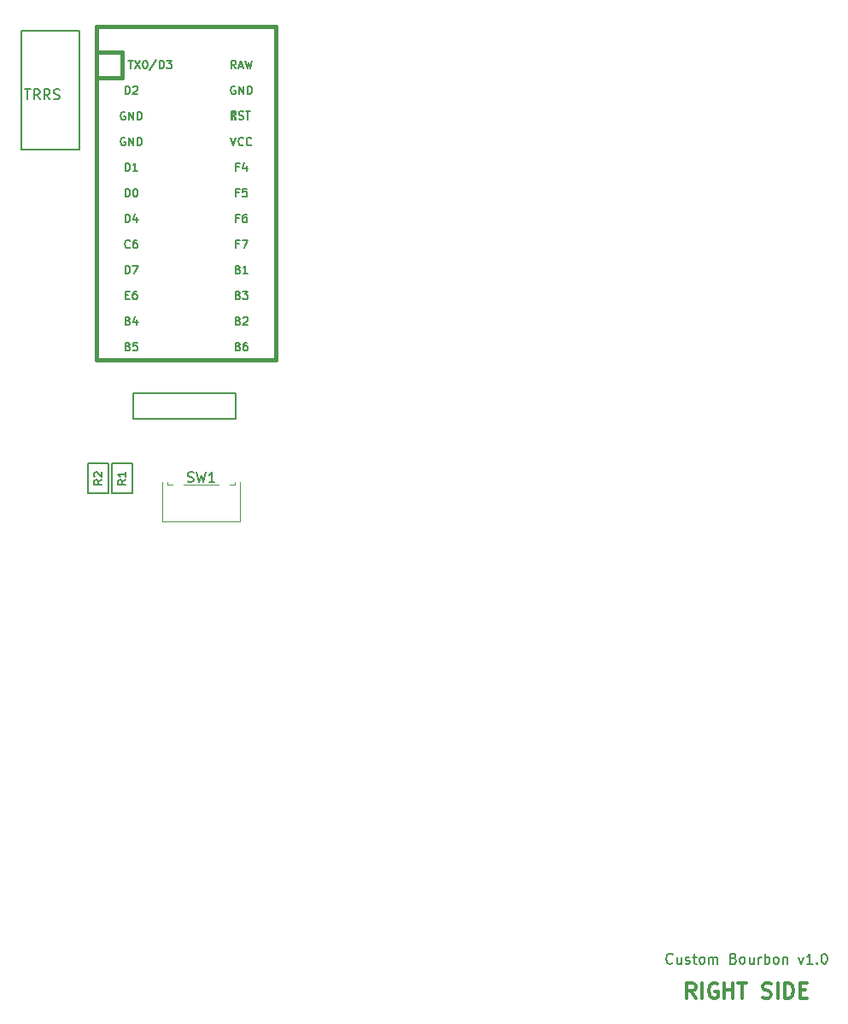
<source format=gto>
G04 #@! TF.GenerationSoftware,KiCad,Pcbnew,5.1.10*
G04 #@! TF.CreationDate,2021-08-07T14:45:30-04:00*
G04 #@! TF.ProjectId,v05_right,7630355f-7269-4676-9874-2e6b69636164,rev?*
G04 #@! TF.SameCoordinates,Original*
G04 #@! TF.FileFunction,Legend,Top*
G04 #@! TF.FilePolarity,Positive*
%FSLAX46Y46*%
G04 Gerber Fmt 4.6, Leading zero omitted, Abs format (unit mm)*
G04 Created by KiCad (PCBNEW 5.1.10) date 2021-08-07 14:45:30*
%MOMM*%
%LPD*%
G01*
G04 APERTURE LIST*
%ADD10C,0.300000*%
%ADD11C,0.150000*%
%ADD12C,0.120000*%
%ADD13C,0.381000*%
%ADD14C,3.987800*%
%ADD15C,1.750000*%
%ADD16C,3.048000*%
%ADD17C,1.200000*%
%ADD18C,2.100000*%
%ADD19C,2.200000*%
%ADD20C,1.397000*%
%ADD21R,1.752600X1.752600*%
%ADD22C,1.752600*%
G04 APERTURE END LIST*
D10*
X-118577678Y-119741071D02*
X-119077678Y-119026785D01*
X-119434821Y-119741071D02*
X-119434821Y-118241071D01*
X-118863392Y-118241071D01*
X-118720535Y-118312500D01*
X-118649107Y-118383928D01*
X-118577678Y-118526785D01*
X-118577678Y-118741071D01*
X-118649107Y-118883928D01*
X-118720535Y-118955357D01*
X-118863392Y-119026785D01*
X-119434821Y-119026785D01*
X-117934821Y-119741071D02*
X-117934821Y-118241071D01*
X-116434821Y-118312500D02*
X-116577678Y-118241071D01*
X-116791964Y-118241071D01*
X-117006250Y-118312500D01*
X-117149107Y-118455357D01*
X-117220535Y-118598214D01*
X-117291964Y-118883928D01*
X-117291964Y-119098214D01*
X-117220535Y-119383928D01*
X-117149107Y-119526785D01*
X-117006250Y-119669642D01*
X-116791964Y-119741071D01*
X-116649107Y-119741071D01*
X-116434821Y-119669642D01*
X-116363392Y-119598214D01*
X-116363392Y-119098214D01*
X-116649107Y-119098214D01*
X-115720535Y-119741071D02*
X-115720535Y-118241071D01*
X-115720535Y-118955357D02*
X-114863392Y-118955357D01*
X-114863392Y-119741071D02*
X-114863392Y-118241071D01*
X-114363392Y-118241071D02*
X-113506250Y-118241071D01*
X-113934821Y-119741071D02*
X-113934821Y-118241071D01*
X-111934821Y-119669642D02*
X-111720535Y-119741071D01*
X-111363392Y-119741071D01*
X-111220535Y-119669642D01*
X-111149107Y-119598214D01*
X-111077678Y-119455357D01*
X-111077678Y-119312500D01*
X-111149107Y-119169642D01*
X-111220535Y-119098214D01*
X-111363392Y-119026785D01*
X-111649107Y-118955357D01*
X-111791964Y-118883928D01*
X-111863392Y-118812500D01*
X-111934821Y-118669642D01*
X-111934821Y-118526785D01*
X-111863392Y-118383928D01*
X-111791964Y-118312500D01*
X-111649107Y-118241071D01*
X-111291964Y-118241071D01*
X-111077678Y-118312500D01*
X-110434821Y-119741071D02*
X-110434821Y-118241071D01*
X-109720535Y-119741071D02*
X-109720535Y-118241071D01*
X-109363392Y-118241071D01*
X-109149107Y-118312500D01*
X-109006250Y-118455357D01*
X-108934821Y-118598214D01*
X-108863392Y-118883928D01*
X-108863392Y-119098214D01*
X-108934821Y-119383928D01*
X-109006250Y-119526785D01*
X-109149107Y-119669642D01*
X-109363392Y-119741071D01*
X-109720535Y-119741071D01*
X-108220535Y-118955357D02*
X-107720535Y-118955357D01*
X-107506250Y-119741071D02*
X-108220535Y-119741071D01*
X-108220535Y-118241071D01*
X-107506250Y-118241071D01*
D11*
X-120863392Y-116244642D02*
X-120911011Y-116292261D01*
X-121053869Y-116339880D01*
X-121149107Y-116339880D01*
X-121291964Y-116292261D01*
X-121387202Y-116197023D01*
X-121434821Y-116101785D01*
X-121482440Y-115911309D01*
X-121482440Y-115768452D01*
X-121434821Y-115577976D01*
X-121387202Y-115482738D01*
X-121291964Y-115387500D01*
X-121149107Y-115339880D01*
X-121053869Y-115339880D01*
X-120911011Y-115387500D01*
X-120863392Y-115435119D01*
X-120006250Y-115673214D02*
X-120006250Y-116339880D01*
X-120434821Y-115673214D02*
X-120434821Y-116197023D01*
X-120387202Y-116292261D01*
X-120291964Y-116339880D01*
X-120149107Y-116339880D01*
X-120053869Y-116292261D01*
X-120006250Y-116244642D01*
X-119577678Y-116292261D02*
X-119482440Y-116339880D01*
X-119291964Y-116339880D01*
X-119196726Y-116292261D01*
X-119149107Y-116197023D01*
X-119149107Y-116149404D01*
X-119196726Y-116054166D01*
X-119291964Y-116006547D01*
X-119434821Y-116006547D01*
X-119530059Y-115958928D01*
X-119577678Y-115863690D01*
X-119577678Y-115816071D01*
X-119530059Y-115720833D01*
X-119434821Y-115673214D01*
X-119291964Y-115673214D01*
X-119196726Y-115720833D01*
X-118863392Y-115673214D02*
X-118482440Y-115673214D01*
X-118720535Y-115339880D02*
X-118720535Y-116197023D01*
X-118672916Y-116292261D01*
X-118577678Y-116339880D01*
X-118482440Y-116339880D01*
X-118006250Y-116339880D02*
X-118101488Y-116292261D01*
X-118149107Y-116244642D01*
X-118196726Y-116149404D01*
X-118196726Y-115863690D01*
X-118149107Y-115768452D01*
X-118101488Y-115720833D01*
X-118006250Y-115673214D01*
X-117863392Y-115673214D01*
X-117768154Y-115720833D01*
X-117720535Y-115768452D01*
X-117672916Y-115863690D01*
X-117672916Y-116149404D01*
X-117720535Y-116244642D01*
X-117768154Y-116292261D01*
X-117863392Y-116339880D01*
X-118006250Y-116339880D01*
X-117244345Y-116339880D02*
X-117244345Y-115673214D01*
X-117244345Y-115768452D02*
X-117196726Y-115720833D01*
X-117101488Y-115673214D01*
X-116958630Y-115673214D01*
X-116863392Y-115720833D01*
X-116815773Y-115816071D01*
X-116815773Y-116339880D01*
X-116815773Y-115816071D02*
X-116768154Y-115720833D01*
X-116672916Y-115673214D01*
X-116530059Y-115673214D01*
X-116434821Y-115720833D01*
X-116387202Y-115816071D01*
X-116387202Y-116339880D01*
X-114815773Y-115816071D02*
X-114672916Y-115863690D01*
X-114625297Y-115911309D01*
X-114577678Y-116006547D01*
X-114577678Y-116149404D01*
X-114625297Y-116244642D01*
X-114672916Y-116292261D01*
X-114768154Y-116339880D01*
X-115149107Y-116339880D01*
X-115149107Y-115339880D01*
X-114815773Y-115339880D01*
X-114720535Y-115387500D01*
X-114672916Y-115435119D01*
X-114625297Y-115530357D01*
X-114625297Y-115625595D01*
X-114672916Y-115720833D01*
X-114720535Y-115768452D01*
X-114815773Y-115816071D01*
X-115149107Y-115816071D01*
X-114006250Y-116339880D02*
X-114101488Y-116292261D01*
X-114149107Y-116244642D01*
X-114196726Y-116149404D01*
X-114196726Y-115863690D01*
X-114149107Y-115768452D01*
X-114101488Y-115720833D01*
X-114006250Y-115673214D01*
X-113863392Y-115673214D01*
X-113768154Y-115720833D01*
X-113720535Y-115768452D01*
X-113672916Y-115863690D01*
X-113672916Y-116149404D01*
X-113720535Y-116244642D01*
X-113768154Y-116292261D01*
X-113863392Y-116339880D01*
X-114006250Y-116339880D01*
X-112815773Y-115673214D02*
X-112815773Y-116339880D01*
X-113244345Y-115673214D02*
X-113244345Y-116197023D01*
X-113196726Y-116292261D01*
X-113101488Y-116339880D01*
X-112958630Y-116339880D01*
X-112863392Y-116292261D01*
X-112815773Y-116244642D01*
X-112339583Y-116339880D02*
X-112339583Y-115673214D01*
X-112339583Y-115863690D02*
X-112291964Y-115768452D01*
X-112244345Y-115720833D01*
X-112149107Y-115673214D01*
X-112053869Y-115673214D01*
X-111720535Y-116339880D02*
X-111720535Y-115339880D01*
X-111720535Y-115720833D02*
X-111625297Y-115673214D01*
X-111434821Y-115673214D01*
X-111339583Y-115720833D01*
X-111291964Y-115768452D01*
X-111244345Y-115863690D01*
X-111244345Y-116149404D01*
X-111291964Y-116244642D01*
X-111339583Y-116292261D01*
X-111434821Y-116339880D01*
X-111625297Y-116339880D01*
X-111720535Y-116292261D01*
X-110672916Y-116339880D02*
X-110768154Y-116292261D01*
X-110815773Y-116244642D01*
X-110863392Y-116149404D01*
X-110863392Y-115863690D01*
X-110815773Y-115768452D01*
X-110768154Y-115720833D01*
X-110672916Y-115673214D01*
X-110530059Y-115673214D01*
X-110434821Y-115720833D01*
X-110387202Y-115768452D01*
X-110339583Y-115863690D01*
X-110339583Y-116149404D01*
X-110387202Y-116244642D01*
X-110434821Y-116292261D01*
X-110530059Y-116339880D01*
X-110672916Y-116339880D01*
X-109911011Y-115673214D02*
X-109911011Y-116339880D01*
X-109911011Y-115768452D02*
X-109863392Y-115720833D01*
X-109768154Y-115673214D01*
X-109625297Y-115673214D01*
X-109530059Y-115720833D01*
X-109482440Y-115816071D01*
X-109482440Y-116339880D01*
X-108339583Y-115673214D02*
X-108101488Y-116339880D01*
X-107863392Y-115673214D01*
X-106958630Y-116339880D02*
X-107530059Y-116339880D01*
X-107244345Y-116339880D02*
X-107244345Y-115339880D01*
X-107339583Y-115482738D01*
X-107434821Y-115577976D01*
X-107530059Y-115625595D01*
X-106530059Y-116244642D02*
X-106482440Y-116292261D01*
X-106530059Y-116339880D01*
X-106577678Y-116292261D01*
X-106530059Y-116244642D01*
X-106530059Y-116339880D01*
X-105863392Y-115339880D02*
X-105768154Y-115339880D01*
X-105672916Y-115387500D01*
X-105625297Y-115435119D01*
X-105577678Y-115530357D01*
X-105530059Y-115720833D01*
X-105530059Y-115958928D01*
X-105577678Y-116149404D01*
X-105625297Y-116244642D01*
X-105672916Y-116292261D01*
X-105768154Y-116339880D01*
X-105863392Y-116339880D01*
X-105958630Y-116292261D01*
X-106006250Y-116244642D01*
X-106053869Y-116149404D01*
X-106101488Y-115958928D01*
X-106101488Y-115720833D01*
X-106053869Y-115530357D01*
X-106006250Y-115435119D01*
X-105958630Y-115387500D01*
X-105863392Y-115339880D01*
X-185462500Y-23962500D02*
X-179662500Y-23962500D01*
X-179662500Y-23962500D02*
X-179662500Y-35712500D01*
X-179662500Y-35712500D02*
X-185462500Y-35712500D01*
X-185462500Y-35712500D02*
X-185462500Y-23962500D01*
D12*
X-164260000Y-68880000D02*
X-164260000Y-68650000D01*
X-163740000Y-72550000D02*
X-171460000Y-72550000D01*
X-171460000Y-72550000D02*
X-171460000Y-68650000D01*
X-163740000Y-72550000D02*
X-163740000Y-68650000D01*
X-170940000Y-68880000D02*
X-170940000Y-68650000D01*
X-170400000Y-68880000D02*
X-170940000Y-68880000D01*
X-164260000Y-68880000D02*
X-164800000Y-68880000D01*
X-165900000Y-68880000D02*
X-169300000Y-68880000D01*
D11*
X-176799240Y-66761360D02*
X-178800760Y-66761360D01*
X-178800760Y-66761360D02*
X-178800760Y-69763640D01*
X-178800760Y-69763640D02*
X-176799240Y-69763640D01*
X-176799240Y-69763640D02*
X-176799240Y-66761360D01*
X-176419510Y-69763640D02*
X-174417990Y-69763640D01*
X-174417990Y-69763640D02*
X-174417990Y-66761360D01*
X-174417990Y-66761360D02*
X-176419510Y-66761360D01*
X-176419510Y-66761360D02*
X-176419510Y-69763640D01*
X-174307500Y-62388750D02*
X-164147500Y-62388750D01*
X-174307500Y-59848750D02*
X-164147500Y-59848750D01*
X-164147500Y-59848750D02*
X-164147500Y-62388750D01*
X-174307500Y-62388750D02*
X-174307500Y-59848750D01*
D13*
X-177958750Y-26035000D02*
X-177958750Y-56515000D01*
X-177958750Y-56515000D02*
X-160178750Y-56515000D01*
X-160178750Y-56515000D02*
X-160178750Y-26035000D01*
X-175418750Y-26035000D02*
X-175418750Y-28575000D01*
X-175418750Y-28575000D02*
X-177958750Y-28575000D01*
D11*
G36*
X-164137182Y-31914360D02*
G01*
X-164137182Y-32214360D01*
X-164237182Y-32214360D01*
X-164237182Y-31914360D01*
X-164137182Y-31914360D01*
G37*
X-164137182Y-31914360D02*
X-164137182Y-32214360D01*
X-164237182Y-32214360D01*
X-164237182Y-31914360D01*
X-164137182Y-31914360D01*
G36*
X-164337182Y-32314360D02*
G01*
X-164337182Y-32414360D01*
X-164437182Y-32414360D01*
X-164437182Y-32314360D01*
X-164337182Y-32314360D01*
G37*
X-164337182Y-32314360D02*
X-164337182Y-32414360D01*
X-164437182Y-32414360D01*
X-164437182Y-32314360D01*
X-164337182Y-32314360D01*
G36*
X-164137182Y-31914360D02*
G01*
X-164137182Y-32014360D01*
X-164637182Y-32014360D01*
X-164637182Y-31914360D01*
X-164137182Y-31914360D01*
G37*
X-164137182Y-31914360D02*
X-164137182Y-32014360D01*
X-164637182Y-32014360D01*
X-164637182Y-31914360D01*
X-164137182Y-31914360D01*
G36*
X-164537182Y-31914360D02*
G01*
X-164537182Y-32714360D01*
X-164637182Y-32714360D01*
X-164637182Y-31914360D01*
X-164537182Y-31914360D01*
G37*
X-164537182Y-31914360D02*
X-164537182Y-32714360D01*
X-164637182Y-32714360D01*
X-164637182Y-31914360D01*
X-164537182Y-31914360D01*
G36*
X-164137182Y-32514360D02*
G01*
X-164137182Y-32714360D01*
X-164237182Y-32714360D01*
X-164237182Y-32514360D01*
X-164137182Y-32514360D01*
G37*
X-164137182Y-32514360D02*
X-164137182Y-32714360D01*
X-164237182Y-32714360D01*
X-164237182Y-32514360D01*
X-164137182Y-32514360D01*
D13*
X-160178750Y-26035000D02*
X-160178750Y-23495000D01*
X-160178750Y-23495000D02*
X-177958750Y-23495000D01*
X-177958750Y-23495000D02*
X-177958750Y-26035000D01*
X-175418750Y-26035000D02*
X-177958750Y-26035000D01*
D11*
X-185074404Y-29714880D02*
X-184502976Y-29714880D01*
X-184788690Y-30714880D02*
X-184788690Y-29714880D01*
X-183598214Y-30714880D02*
X-183931547Y-30238690D01*
X-184169642Y-30714880D02*
X-184169642Y-29714880D01*
X-183788690Y-29714880D01*
X-183693452Y-29762500D01*
X-183645833Y-29810119D01*
X-183598214Y-29905357D01*
X-183598214Y-30048214D01*
X-183645833Y-30143452D01*
X-183693452Y-30191071D01*
X-183788690Y-30238690D01*
X-184169642Y-30238690D01*
X-182598214Y-30714880D02*
X-182931547Y-30238690D01*
X-183169642Y-30714880D02*
X-183169642Y-29714880D01*
X-182788690Y-29714880D01*
X-182693452Y-29762500D01*
X-182645833Y-29810119D01*
X-182598214Y-29905357D01*
X-182598214Y-30048214D01*
X-182645833Y-30143452D01*
X-182693452Y-30191071D01*
X-182788690Y-30238690D01*
X-183169642Y-30238690D01*
X-182217261Y-30667261D02*
X-182074404Y-30714880D01*
X-181836309Y-30714880D01*
X-181741071Y-30667261D01*
X-181693452Y-30619642D01*
X-181645833Y-30524404D01*
X-181645833Y-30429166D01*
X-181693452Y-30333928D01*
X-181741071Y-30286309D01*
X-181836309Y-30238690D01*
X-182026785Y-30191071D01*
X-182122023Y-30143452D01*
X-182169642Y-30095833D01*
X-182217261Y-30000595D01*
X-182217261Y-29905357D01*
X-182169642Y-29810119D01*
X-182122023Y-29762500D01*
X-182026785Y-29714880D01*
X-181788690Y-29714880D01*
X-181645833Y-29762500D01*
X-168933333Y-68574761D02*
X-168790476Y-68622380D01*
X-168552380Y-68622380D01*
X-168457142Y-68574761D01*
X-168409523Y-68527142D01*
X-168361904Y-68431904D01*
X-168361904Y-68336666D01*
X-168409523Y-68241428D01*
X-168457142Y-68193809D01*
X-168552380Y-68146190D01*
X-168742857Y-68098571D01*
X-168838095Y-68050952D01*
X-168885714Y-68003333D01*
X-168933333Y-67908095D01*
X-168933333Y-67812857D01*
X-168885714Y-67717619D01*
X-168838095Y-67670000D01*
X-168742857Y-67622380D01*
X-168504761Y-67622380D01*
X-168361904Y-67670000D01*
X-168028571Y-67622380D02*
X-167790476Y-68622380D01*
X-167600000Y-67908095D01*
X-167409523Y-68622380D01*
X-167171428Y-67622380D01*
X-166266666Y-68622380D02*
X-166838095Y-68622380D01*
X-166552380Y-68622380D02*
X-166552380Y-67622380D01*
X-166647619Y-67765238D01*
X-166742857Y-67860476D01*
X-166838095Y-67908095D01*
X-177438095Y-68395833D02*
X-177819047Y-68662500D01*
X-177438095Y-68852976D02*
X-178238095Y-68852976D01*
X-178238095Y-68548214D01*
X-178200000Y-68472023D01*
X-178161904Y-68433928D01*
X-178085714Y-68395833D01*
X-177971428Y-68395833D01*
X-177895238Y-68433928D01*
X-177857142Y-68472023D01*
X-177819047Y-68548214D01*
X-177819047Y-68852976D01*
X-178161904Y-68091071D02*
X-178200000Y-68052976D01*
X-178238095Y-67976785D01*
X-178238095Y-67786309D01*
X-178200000Y-67710119D01*
X-178161904Y-67672023D01*
X-178085714Y-67633928D01*
X-178009523Y-67633928D01*
X-177895238Y-67672023D01*
X-177438095Y-68129166D01*
X-177438095Y-67633928D01*
X-175056845Y-68395833D02*
X-175437797Y-68662500D01*
X-175056845Y-68852976D02*
X-175856845Y-68852976D01*
X-175856845Y-68548214D01*
X-175818750Y-68472023D01*
X-175780654Y-68433928D01*
X-175704464Y-68395833D01*
X-175590178Y-68395833D01*
X-175513988Y-68433928D01*
X-175475892Y-68472023D01*
X-175437797Y-68548214D01*
X-175437797Y-68852976D01*
X-175056845Y-67633928D02*
X-175056845Y-68091071D01*
X-175056845Y-67862500D02*
X-175856845Y-67862500D01*
X-175742559Y-67938690D01*
X-175666369Y-68014880D01*
X-175628273Y-68091071D01*
X-163931559Y-52647857D02*
X-163817273Y-52685952D01*
X-163779178Y-52724047D01*
X-163741083Y-52800238D01*
X-163741083Y-52914523D01*
X-163779178Y-52990714D01*
X-163817273Y-53028809D01*
X-163893464Y-53066904D01*
X-164198226Y-53066904D01*
X-164198226Y-52266904D01*
X-163931559Y-52266904D01*
X-163855369Y-52305000D01*
X-163817273Y-52343095D01*
X-163779178Y-52419285D01*
X-163779178Y-52495476D01*
X-163817273Y-52571666D01*
X-163855369Y-52609761D01*
X-163931559Y-52647857D01*
X-164198226Y-52647857D01*
X-163436321Y-52343095D02*
X-163398226Y-52305000D01*
X-163322035Y-52266904D01*
X-163131559Y-52266904D01*
X-163055369Y-52305000D01*
X-163017273Y-52343095D01*
X-162979178Y-52419285D01*
X-162979178Y-52495476D01*
X-163017273Y-52609761D01*
X-163474416Y-53066904D01*
X-162979178Y-53066904D01*
X-163874416Y-45027857D02*
X-164141083Y-45027857D01*
X-164141083Y-45446904D02*
X-164141083Y-44646904D01*
X-163760130Y-44646904D01*
X-163531559Y-44646904D02*
X-162998226Y-44646904D01*
X-163341083Y-45446904D01*
X-163874416Y-42487857D02*
X-164141083Y-42487857D01*
X-164141083Y-42906904D02*
X-164141083Y-42106904D01*
X-163760130Y-42106904D01*
X-163112511Y-42106904D02*
X-163264892Y-42106904D01*
X-163341083Y-42145000D01*
X-163379178Y-42183095D01*
X-163455369Y-42297380D01*
X-163493464Y-42449761D01*
X-163493464Y-42754523D01*
X-163455369Y-42830714D01*
X-163417273Y-42868809D01*
X-163341083Y-42906904D01*
X-163188702Y-42906904D01*
X-163112511Y-42868809D01*
X-163074416Y-42830714D01*
X-163036321Y-42754523D01*
X-163036321Y-42564047D01*
X-163074416Y-42487857D01*
X-163112511Y-42449761D01*
X-163188702Y-42411666D01*
X-163341083Y-42411666D01*
X-163417273Y-42449761D01*
X-163455369Y-42487857D01*
X-163493464Y-42564047D01*
X-163874416Y-39947857D02*
X-164141083Y-39947857D01*
X-164141083Y-40366904D02*
X-164141083Y-39566904D01*
X-163760130Y-39566904D01*
X-163074416Y-39566904D02*
X-163455369Y-39566904D01*
X-163493464Y-39947857D01*
X-163455369Y-39909761D01*
X-163379178Y-39871666D01*
X-163188702Y-39871666D01*
X-163112511Y-39909761D01*
X-163074416Y-39947857D01*
X-163036321Y-40024047D01*
X-163036321Y-40214523D01*
X-163074416Y-40290714D01*
X-163112511Y-40328809D01*
X-163188702Y-40366904D01*
X-163379178Y-40366904D01*
X-163455369Y-40328809D01*
X-163493464Y-40290714D01*
X-164160130Y-27666904D02*
X-164426797Y-27285952D01*
X-164617273Y-27666904D02*
X-164617273Y-26866904D01*
X-164312511Y-26866904D01*
X-164236321Y-26905000D01*
X-164198226Y-26943095D01*
X-164160130Y-27019285D01*
X-164160130Y-27133571D01*
X-164198226Y-27209761D01*
X-164236321Y-27247857D01*
X-164312511Y-27285952D01*
X-164617273Y-27285952D01*
X-163855369Y-27438333D02*
X-163474416Y-27438333D01*
X-163931559Y-27666904D02*
X-163664892Y-26866904D01*
X-163398226Y-27666904D01*
X-163207750Y-26866904D02*
X-163017273Y-27666904D01*
X-162864892Y-27095476D01*
X-162712511Y-27666904D01*
X-162522035Y-26866904D01*
X-164217273Y-29445000D02*
X-164293464Y-29406904D01*
X-164407750Y-29406904D01*
X-164522035Y-29445000D01*
X-164598226Y-29521190D01*
X-164636321Y-29597380D01*
X-164674416Y-29749761D01*
X-164674416Y-29864047D01*
X-164636321Y-30016428D01*
X-164598226Y-30092619D01*
X-164522035Y-30168809D01*
X-164407750Y-30206904D01*
X-164331559Y-30206904D01*
X-164217273Y-30168809D01*
X-164179178Y-30130714D01*
X-164179178Y-29864047D01*
X-164331559Y-29864047D01*
X-163836321Y-30206904D02*
X-163836321Y-29406904D01*
X-163379178Y-30206904D01*
X-163379178Y-29406904D01*
X-162998226Y-30206904D02*
X-162998226Y-29406904D01*
X-162807750Y-29406904D01*
X-162693464Y-29445000D01*
X-162617273Y-29521190D01*
X-162579178Y-29597380D01*
X-162541083Y-29749761D01*
X-162541083Y-29864047D01*
X-162579178Y-30016428D01*
X-162617273Y-30092619D01*
X-162693464Y-30168809D01*
X-162807750Y-30206904D01*
X-162998226Y-30206904D01*
X-163868963Y-32678809D02*
X-163754677Y-32716904D01*
X-163564201Y-32716904D01*
X-163488010Y-32678809D01*
X-163449915Y-32640714D01*
X-163411820Y-32564523D01*
X-163411820Y-32488333D01*
X-163449915Y-32412142D01*
X-163488010Y-32374047D01*
X-163564201Y-32335952D01*
X-163716582Y-32297857D01*
X-163792772Y-32259761D01*
X-163830868Y-32221666D01*
X-163868963Y-32145476D01*
X-163868963Y-32069285D01*
X-163830868Y-31993095D01*
X-163792772Y-31955000D01*
X-163716582Y-31916904D01*
X-163526106Y-31916904D01*
X-163411820Y-31955000D01*
X-163183249Y-31916904D02*
X-162726106Y-31916904D01*
X-162954677Y-32716904D02*
X-162954677Y-31916904D01*
X-164674416Y-34486904D02*
X-164407750Y-35286904D01*
X-164141083Y-34486904D01*
X-163417273Y-35210714D02*
X-163455369Y-35248809D01*
X-163569654Y-35286904D01*
X-163645845Y-35286904D01*
X-163760130Y-35248809D01*
X-163836321Y-35172619D01*
X-163874416Y-35096428D01*
X-163912511Y-34944047D01*
X-163912511Y-34829761D01*
X-163874416Y-34677380D01*
X-163836321Y-34601190D01*
X-163760130Y-34525000D01*
X-163645845Y-34486904D01*
X-163569654Y-34486904D01*
X-163455369Y-34525000D01*
X-163417273Y-34563095D01*
X-162617273Y-35210714D02*
X-162655369Y-35248809D01*
X-162769654Y-35286904D01*
X-162845845Y-35286904D01*
X-162960130Y-35248809D01*
X-163036321Y-35172619D01*
X-163074416Y-35096428D01*
X-163112511Y-34944047D01*
X-163112511Y-34829761D01*
X-163074416Y-34677380D01*
X-163036321Y-34601190D01*
X-162960130Y-34525000D01*
X-162845845Y-34486904D01*
X-162769654Y-34486904D01*
X-162655369Y-34525000D01*
X-162617273Y-34563095D01*
X-163874416Y-37407857D02*
X-164141083Y-37407857D01*
X-164141083Y-37826904D02*
X-164141083Y-37026904D01*
X-163760130Y-37026904D01*
X-163112511Y-37293571D02*
X-163112511Y-37826904D01*
X-163302988Y-36988809D02*
X-163493464Y-37560238D01*
X-162998226Y-37560238D01*
X-163931559Y-47567857D02*
X-163817273Y-47605952D01*
X-163779178Y-47644047D01*
X-163741083Y-47720238D01*
X-163741083Y-47834523D01*
X-163779178Y-47910714D01*
X-163817273Y-47948809D01*
X-163893464Y-47986904D01*
X-164198226Y-47986904D01*
X-164198226Y-47186904D01*
X-163931559Y-47186904D01*
X-163855369Y-47225000D01*
X-163817273Y-47263095D01*
X-163779178Y-47339285D01*
X-163779178Y-47415476D01*
X-163817273Y-47491666D01*
X-163855369Y-47529761D01*
X-163931559Y-47567857D01*
X-164198226Y-47567857D01*
X-162979178Y-47986904D02*
X-163436321Y-47986904D01*
X-163207750Y-47986904D02*
X-163207750Y-47186904D01*
X-163283940Y-47301190D01*
X-163360130Y-47377380D01*
X-163436321Y-47415476D01*
X-163931559Y-50107857D02*
X-163817273Y-50145952D01*
X-163779178Y-50184047D01*
X-163741083Y-50260238D01*
X-163741083Y-50374523D01*
X-163779178Y-50450714D01*
X-163817273Y-50488809D01*
X-163893464Y-50526904D01*
X-164198226Y-50526904D01*
X-164198226Y-49726904D01*
X-163931559Y-49726904D01*
X-163855369Y-49765000D01*
X-163817273Y-49803095D01*
X-163779178Y-49879285D01*
X-163779178Y-49955476D01*
X-163817273Y-50031666D01*
X-163855369Y-50069761D01*
X-163931559Y-50107857D01*
X-164198226Y-50107857D01*
X-163474416Y-49726904D02*
X-162979178Y-49726904D01*
X-163245845Y-50031666D01*
X-163131559Y-50031666D01*
X-163055369Y-50069761D01*
X-163017273Y-50107857D01*
X-162979178Y-50184047D01*
X-162979178Y-50374523D01*
X-163017273Y-50450714D01*
X-163055369Y-50488809D01*
X-163131559Y-50526904D01*
X-163360130Y-50526904D01*
X-163436321Y-50488809D01*
X-163474416Y-50450714D01*
X-163931559Y-55187857D02*
X-163817273Y-55225952D01*
X-163779178Y-55264047D01*
X-163741083Y-55340238D01*
X-163741083Y-55454523D01*
X-163779178Y-55530714D01*
X-163817273Y-55568809D01*
X-163893464Y-55606904D01*
X-164198226Y-55606904D01*
X-164198226Y-54806904D01*
X-163931559Y-54806904D01*
X-163855369Y-54845000D01*
X-163817273Y-54883095D01*
X-163779178Y-54959285D01*
X-163779178Y-55035476D01*
X-163817273Y-55111666D01*
X-163855369Y-55149761D01*
X-163931559Y-55187857D01*
X-164198226Y-55187857D01*
X-163055369Y-54806904D02*
X-163207750Y-54806904D01*
X-163283940Y-54845000D01*
X-163322035Y-54883095D01*
X-163398226Y-54997380D01*
X-163436321Y-55149761D01*
X-163436321Y-55454523D01*
X-163398226Y-55530714D01*
X-163360130Y-55568809D01*
X-163283940Y-55606904D01*
X-163131559Y-55606904D01*
X-163055369Y-55568809D01*
X-163017273Y-55530714D01*
X-162979178Y-55454523D01*
X-162979178Y-55264047D01*
X-163017273Y-55187857D01*
X-163055369Y-55149761D01*
X-163131559Y-55111666D01*
X-163283940Y-55111666D01*
X-163360130Y-55149761D01*
X-163398226Y-55187857D01*
X-163436321Y-55264047D01*
X-174853559Y-55187857D02*
X-174739273Y-55225952D01*
X-174701178Y-55264047D01*
X-174663083Y-55340238D01*
X-174663083Y-55454523D01*
X-174701178Y-55530714D01*
X-174739273Y-55568809D01*
X-174815464Y-55606904D01*
X-175120226Y-55606904D01*
X-175120226Y-54806904D01*
X-174853559Y-54806904D01*
X-174777369Y-54845000D01*
X-174739273Y-54883095D01*
X-174701178Y-54959285D01*
X-174701178Y-55035476D01*
X-174739273Y-55111666D01*
X-174777369Y-55149761D01*
X-174853559Y-55187857D01*
X-175120226Y-55187857D01*
X-173939273Y-54806904D02*
X-174320226Y-54806904D01*
X-174358321Y-55187857D01*
X-174320226Y-55149761D01*
X-174244035Y-55111666D01*
X-174053559Y-55111666D01*
X-173977369Y-55149761D01*
X-173939273Y-55187857D01*
X-173901178Y-55264047D01*
X-173901178Y-55454523D01*
X-173939273Y-55530714D01*
X-173977369Y-55568809D01*
X-174053559Y-55606904D01*
X-174244035Y-55606904D01*
X-174320226Y-55568809D01*
X-174358321Y-55530714D01*
X-174853559Y-52647857D02*
X-174739273Y-52685952D01*
X-174701178Y-52724047D01*
X-174663083Y-52800238D01*
X-174663083Y-52914523D01*
X-174701178Y-52990714D01*
X-174739273Y-53028809D01*
X-174815464Y-53066904D01*
X-175120226Y-53066904D01*
X-175120226Y-52266904D01*
X-174853559Y-52266904D01*
X-174777369Y-52305000D01*
X-174739273Y-52343095D01*
X-174701178Y-52419285D01*
X-174701178Y-52495476D01*
X-174739273Y-52571666D01*
X-174777369Y-52609761D01*
X-174853559Y-52647857D01*
X-175120226Y-52647857D01*
X-173977369Y-52533571D02*
X-173977369Y-53066904D01*
X-174167845Y-52228809D02*
X-174358321Y-52800238D01*
X-173863083Y-52800238D01*
X-175082130Y-50107857D02*
X-174815464Y-50107857D01*
X-174701178Y-50526904D02*
X-175082130Y-50526904D01*
X-175082130Y-49726904D01*
X-174701178Y-49726904D01*
X-174015464Y-49726904D02*
X-174167845Y-49726904D01*
X-174244035Y-49765000D01*
X-174282130Y-49803095D01*
X-174358321Y-49917380D01*
X-174396416Y-50069761D01*
X-174396416Y-50374523D01*
X-174358321Y-50450714D01*
X-174320226Y-50488809D01*
X-174244035Y-50526904D01*
X-174091654Y-50526904D01*
X-174015464Y-50488809D01*
X-173977369Y-50450714D01*
X-173939273Y-50374523D01*
X-173939273Y-50184047D01*
X-173977369Y-50107857D01*
X-174015464Y-50069761D01*
X-174091654Y-50031666D01*
X-174244035Y-50031666D01*
X-174320226Y-50069761D01*
X-174358321Y-50107857D01*
X-174396416Y-50184047D01*
X-175120226Y-47986904D02*
X-175120226Y-47186904D01*
X-174929750Y-47186904D01*
X-174815464Y-47225000D01*
X-174739273Y-47301190D01*
X-174701178Y-47377380D01*
X-174663083Y-47529761D01*
X-174663083Y-47644047D01*
X-174701178Y-47796428D01*
X-174739273Y-47872619D01*
X-174815464Y-47948809D01*
X-174929750Y-47986904D01*
X-175120226Y-47986904D01*
X-174396416Y-47186904D02*
X-173863083Y-47186904D01*
X-174205940Y-47986904D01*
X-174663083Y-45370714D02*
X-174701178Y-45408809D01*
X-174815464Y-45446904D01*
X-174891654Y-45446904D01*
X-175005940Y-45408809D01*
X-175082130Y-45332619D01*
X-175120226Y-45256428D01*
X-175158321Y-45104047D01*
X-175158321Y-44989761D01*
X-175120226Y-44837380D01*
X-175082130Y-44761190D01*
X-175005940Y-44685000D01*
X-174891654Y-44646904D01*
X-174815464Y-44646904D01*
X-174701178Y-44685000D01*
X-174663083Y-44723095D01*
X-173977369Y-44646904D02*
X-174129750Y-44646904D01*
X-174205940Y-44685000D01*
X-174244035Y-44723095D01*
X-174320226Y-44837380D01*
X-174358321Y-44989761D01*
X-174358321Y-45294523D01*
X-174320226Y-45370714D01*
X-174282130Y-45408809D01*
X-174205940Y-45446904D01*
X-174053559Y-45446904D01*
X-173977369Y-45408809D01*
X-173939273Y-45370714D01*
X-173901178Y-45294523D01*
X-173901178Y-45104047D01*
X-173939273Y-45027857D01*
X-173977369Y-44989761D01*
X-174053559Y-44951666D01*
X-174205940Y-44951666D01*
X-174282130Y-44989761D01*
X-174320226Y-45027857D01*
X-174358321Y-45104047D01*
X-175120226Y-42906904D02*
X-175120226Y-42106904D01*
X-174929750Y-42106904D01*
X-174815464Y-42145000D01*
X-174739273Y-42221190D01*
X-174701178Y-42297380D01*
X-174663083Y-42449761D01*
X-174663083Y-42564047D01*
X-174701178Y-42716428D01*
X-174739273Y-42792619D01*
X-174815464Y-42868809D01*
X-174929750Y-42906904D01*
X-175120226Y-42906904D01*
X-173977369Y-42373571D02*
X-173977369Y-42906904D01*
X-174167845Y-42068809D02*
X-174358321Y-42640238D01*
X-173863083Y-42640238D01*
X-175139273Y-31985000D02*
X-175215464Y-31946904D01*
X-175329750Y-31946904D01*
X-175444035Y-31985000D01*
X-175520226Y-32061190D01*
X-175558321Y-32137380D01*
X-175596416Y-32289761D01*
X-175596416Y-32404047D01*
X-175558321Y-32556428D01*
X-175520226Y-32632619D01*
X-175444035Y-32708809D01*
X-175329750Y-32746904D01*
X-175253559Y-32746904D01*
X-175139273Y-32708809D01*
X-175101178Y-32670714D01*
X-175101178Y-32404047D01*
X-175253559Y-32404047D01*
X-174758321Y-32746904D02*
X-174758321Y-31946904D01*
X-174301178Y-32746904D01*
X-174301178Y-31946904D01*
X-173920226Y-32746904D02*
X-173920226Y-31946904D01*
X-173729750Y-31946904D01*
X-173615464Y-31985000D01*
X-173539273Y-32061190D01*
X-173501178Y-32137380D01*
X-173463083Y-32289761D01*
X-173463083Y-32404047D01*
X-173501178Y-32556428D01*
X-173539273Y-32632619D01*
X-173615464Y-32708809D01*
X-173729750Y-32746904D01*
X-173920226Y-32746904D01*
X-175139273Y-34525000D02*
X-175215464Y-34486904D01*
X-175329750Y-34486904D01*
X-175444035Y-34525000D01*
X-175520226Y-34601190D01*
X-175558321Y-34677380D01*
X-175596416Y-34829761D01*
X-175596416Y-34944047D01*
X-175558321Y-35096428D01*
X-175520226Y-35172619D01*
X-175444035Y-35248809D01*
X-175329750Y-35286904D01*
X-175253559Y-35286904D01*
X-175139273Y-35248809D01*
X-175101178Y-35210714D01*
X-175101178Y-34944047D01*
X-175253559Y-34944047D01*
X-174758321Y-35286904D02*
X-174758321Y-34486904D01*
X-174301178Y-35286904D01*
X-174301178Y-34486904D01*
X-173920226Y-35286904D02*
X-173920226Y-34486904D01*
X-173729750Y-34486904D01*
X-173615464Y-34525000D01*
X-173539273Y-34601190D01*
X-173501178Y-34677380D01*
X-173463083Y-34829761D01*
X-173463083Y-34944047D01*
X-173501178Y-35096428D01*
X-173539273Y-35172619D01*
X-173615464Y-35248809D01*
X-173729750Y-35286904D01*
X-173920226Y-35286904D01*
X-175120226Y-37826904D02*
X-175120226Y-37026904D01*
X-174929750Y-37026904D01*
X-174815464Y-37065000D01*
X-174739273Y-37141190D01*
X-174701178Y-37217380D01*
X-174663083Y-37369761D01*
X-174663083Y-37484047D01*
X-174701178Y-37636428D01*
X-174739273Y-37712619D01*
X-174815464Y-37788809D01*
X-174929750Y-37826904D01*
X-175120226Y-37826904D01*
X-173901178Y-37826904D02*
X-174358321Y-37826904D01*
X-174129750Y-37826904D02*
X-174129750Y-37026904D01*
X-174205940Y-37141190D01*
X-174282130Y-37217380D01*
X-174358321Y-37255476D01*
X-175120226Y-40366904D02*
X-175120226Y-39566904D01*
X-174929750Y-39566904D01*
X-174815464Y-39605000D01*
X-174739273Y-39681190D01*
X-174701178Y-39757380D01*
X-174663083Y-39909761D01*
X-174663083Y-40024047D01*
X-174701178Y-40176428D01*
X-174739273Y-40252619D01*
X-174815464Y-40328809D01*
X-174929750Y-40366904D01*
X-175120226Y-40366904D01*
X-174167845Y-39566904D02*
X-174091654Y-39566904D01*
X-174015464Y-39605000D01*
X-173977369Y-39643095D01*
X-173939273Y-39719285D01*
X-173901178Y-39871666D01*
X-173901178Y-40062142D01*
X-173939273Y-40214523D01*
X-173977369Y-40290714D01*
X-174015464Y-40328809D01*
X-174091654Y-40366904D01*
X-174167845Y-40366904D01*
X-174244035Y-40328809D01*
X-174282130Y-40290714D01*
X-174320226Y-40214523D01*
X-174358321Y-40062142D01*
X-174358321Y-39871666D01*
X-174320226Y-39719285D01*
X-174282130Y-39643095D01*
X-174244035Y-39605000D01*
X-174167845Y-39566904D01*
X-175120226Y-30206904D02*
X-175120226Y-29406904D01*
X-174929750Y-29406904D01*
X-174815464Y-29445000D01*
X-174739273Y-29521190D01*
X-174701178Y-29597380D01*
X-174663083Y-29749761D01*
X-174663083Y-29864047D01*
X-174701178Y-30016428D01*
X-174739273Y-30092619D01*
X-174815464Y-30168809D01*
X-174929750Y-30206904D01*
X-175120226Y-30206904D01*
X-174358321Y-29483095D02*
X-174320226Y-29445000D01*
X-174244035Y-29406904D01*
X-174053559Y-29406904D01*
X-173977369Y-29445000D01*
X-173939273Y-29483095D01*
X-173901178Y-29559285D01*
X-173901178Y-29635476D01*
X-173939273Y-29749761D01*
X-174396416Y-30206904D01*
X-173901178Y-30206904D01*
X-174831098Y-26866904D02*
X-174373955Y-26866904D01*
X-174602526Y-27666904D02*
X-174602526Y-26866904D01*
X-174183479Y-26866904D02*
X-173650145Y-27666904D01*
X-173650145Y-26866904D02*
X-174183479Y-27666904D01*
X-173193002Y-26866904D02*
X-173116812Y-26866904D01*
X-173040622Y-26905000D01*
X-173002526Y-26943095D01*
X-172964431Y-27019285D01*
X-172926336Y-27171666D01*
X-172926336Y-27362142D01*
X-172964431Y-27514523D01*
X-173002526Y-27590714D01*
X-173040622Y-27628809D01*
X-173116812Y-27666904D01*
X-173193002Y-27666904D01*
X-173269193Y-27628809D01*
X-173307288Y-27590714D01*
X-173345383Y-27514523D01*
X-173383479Y-27362142D01*
X-173383479Y-27171666D01*
X-173345383Y-27019285D01*
X-173307288Y-26943095D01*
X-173269193Y-26905000D01*
X-173193002Y-26866904D01*
X-172012050Y-26828809D02*
X-172697764Y-27857380D01*
X-171745383Y-27666904D02*
X-171745383Y-26866904D01*
X-171554907Y-26866904D01*
X-171440622Y-26905000D01*
X-171364431Y-26981190D01*
X-171326336Y-27057380D01*
X-171288241Y-27209761D01*
X-171288241Y-27324047D01*
X-171326336Y-27476428D01*
X-171364431Y-27552619D01*
X-171440622Y-27628809D01*
X-171554907Y-27666904D01*
X-171745383Y-27666904D01*
X-171021574Y-26866904D02*
X-170526336Y-26866904D01*
X-170793002Y-27171666D01*
X-170678717Y-27171666D01*
X-170602526Y-27209761D01*
X-170564431Y-27247857D01*
X-170526336Y-27324047D01*
X-170526336Y-27514523D01*
X-170564431Y-27590714D01*
X-170602526Y-27628809D01*
X-170678717Y-27666904D01*
X-170907288Y-27666904D01*
X-170983479Y-27628809D01*
X-171021574Y-27590714D01*
%LPC*%
D14*
X-30162500Y-135731250D03*
D15*
X-35242500Y-135731250D03*
X-25082500Y-135731250D03*
D16*
X-42068750Y-128746250D03*
X-18256250Y-128746250D03*
D14*
X-42068750Y-143986250D03*
X-18256250Y-143986250D03*
X-23018750Y-116681250D03*
D15*
X-17938750Y-116681250D03*
X-28098750Y-116681250D03*
D14*
X-154781250Y-139700000D03*
D15*
X-152241250Y-144099409D03*
X-157321250Y-135300591D03*
D14*
X-142081250Y-59531250D03*
D15*
X-147161250Y-59531250D03*
X-137001250Y-59531250D03*
D17*
X-182562500Y-32312500D03*
X-182562500Y-25312500D03*
X-167600000Y-71060000D03*
D18*
X-164100000Y-67360000D03*
D15*
X-165100000Y-69850000D03*
X-170100000Y-69850000D03*
D18*
X-171110000Y-67360000D03*
D19*
X-160000000Y-69850000D03*
X-181750000Y-69850000D03*
D14*
X-104030000Y-78277500D03*
D15*
X-109110000Y-78277500D03*
X-98950000Y-78277500D03*
D14*
X-103975000Y-135731250D03*
D15*
X-109055000Y-135731250D03*
X-98895000Y-135731250D03*
D14*
X-84925000Y-116681250D03*
D15*
X-90005000Y-116681250D03*
X-79845000Y-116681250D03*
D14*
X-65875000Y-135731250D03*
D15*
X-70955000Y-135731250D03*
X-60795000Y-135731250D03*
D14*
X-65843750Y-100658000D03*
D15*
X-70923750Y-100658000D03*
X-60763750Y-100658000D03*
D14*
X-65843750Y-81608000D03*
D15*
X-70923750Y-81608000D03*
X-60763750Y-81608000D03*
D14*
X-65843750Y-43508000D03*
D15*
X-70923750Y-43508000D03*
X-60763750Y-43508000D03*
D14*
X-27781250Y-116681250D03*
D15*
X-32861250Y-116681250D03*
X-22701250Y-116681250D03*
D14*
X-142081250Y-83343750D03*
D15*
X-142081250Y-88423750D03*
X-142081250Y-78263750D03*
D14*
X-123130000Y-59531250D03*
D15*
X-128210000Y-59531250D03*
X-118050000Y-59531250D03*
D14*
X-65843750Y-62558000D03*
D15*
X-70923750Y-62558000D03*
X-60763750Y-62558000D03*
D14*
X-123130000Y-40481250D03*
D15*
X-128210000Y-40481250D03*
X-118050000Y-40481250D03*
D20*
X-177800000Y-70802500D03*
X-177800000Y-65722500D03*
X-175418750Y-65722500D03*
X-175418750Y-70802500D03*
X-165417500Y-61118750D03*
X-167957500Y-61118750D03*
X-170497500Y-61118750D03*
X-173037500Y-61118750D03*
D21*
X-176688750Y-27305000D03*
D22*
X-176688750Y-29845000D03*
X-176688750Y-32385000D03*
X-176688750Y-34925000D03*
X-176688750Y-37465000D03*
X-176688750Y-40005000D03*
X-176688750Y-42545000D03*
X-176688750Y-45085000D03*
X-176688750Y-47625000D03*
X-176688750Y-50165000D03*
X-176688750Y-52705000D03*
X-161448750Y-55245000D03*
X-161448750Y-52705000D03*
X-161448750Y-50165000D03*
X-161448750Y-47625000D03*
X-161448750Y-45085000D03*
X-161448750Y-42545000D03*
X-161448750Y-40005000D03*
X-161448750Y-37465000D03*
X-161448750Y-34925000D03*
X-161448750Y-32385000D03*
X-161448750Y-29845000D03*
X-176688750Y-55245000D03*
X-161448750Y-27305000D03*
D14*
X-138112500Y-130175000D03*
D15*
X-135572500Y-134574409D03*
X-140652500Y-125775591D03*
D14*
X-84861500Y-135743250D03*
D15*
X-89941500Y-135743250D03*
X-79781500Y-135743250D03*
D14*
X-157162500Y-113506250D03*
D15*
X-161561909Y-116046250D03*
X-152763091Y-110966250D03*
D14*
X-123130000Y-97631250D03*
D15*
X-128210000Y-97631250D03*
X-118050000Y-97631250D03*
D14*
X-104030000Y-97327500D03*
D15*
X-109110000Y-97327500D03*
X-98950000Y-97327500D03*
D14*
X-84880000Y-94070750D03*
D15*
X-89960000Y-94070750D03*
X-79800000Y-94070750D03*
D14*
X-46831250Y-116681250D03*
D15*
X-51911250Y-116681250D03*
X-41751250Y-116681250D03*
D14*
X-123130000Y-78581250D03*
D15*
X-128210000Y-78581250D03*
X-118050000Y-78581250D03*
D14*
X-84880000Y-75020750D03*
D15*
X-89960000Y-75020750D03*
X-79800000Y-75020750D03*
D14*
X-46831250Y-97631250D03*
D15*
X-51911250Y-97631250D03*
X-41751250Y-97631250D03*
D14*
X-27781250Y-97631250D03*
D15*
X-32861250Y-97631250D03*
X-22701250Y-97631250D03*
D14*
X-104030000Y-59227500D03*
D15*
X-109110000Y-59227500D03*
X-98950000Y-59227500D03*
D14*
X-84880000Y-55970750D03*
D15*
X-89960000Y-55970750D03*
X-79800000Y-55970750D03*
D14*
X-46831250Y-78581250D03*
D15*
X-51911250Y-78581250D03*
X-41751250Y-78581250D03*
D14*
X-27781250Y-78581250D03*
D15*
X-32861250Y-78581250D03*
X-22701250Y-78581250D03*
D14*
X-142081250Y-40481250D03*
D15*
X-147161250Y-40481250D03*
X-137001250Y-40481250D03*
D14*
X-104030000Y-40177500D03*
D15*
X-109110000Y-40177500D03*
X-98950000Y-40177500D03*
D14*
X-84880000Y-36920750D03*
D15*
X-89960000Y-36920750D03*
X-79800000Y-36920750D03*
D14*
X-46831250Y-59531250D03*
D15*
X-51911250Y-59531250D03*
X-41751250Y-59531250D03*
D14*
X-27781250Y-59531250D03*
D15*
X-32861250Y-59531250D03*
X-22701250Y-59531250D03*
M02*

</source>
